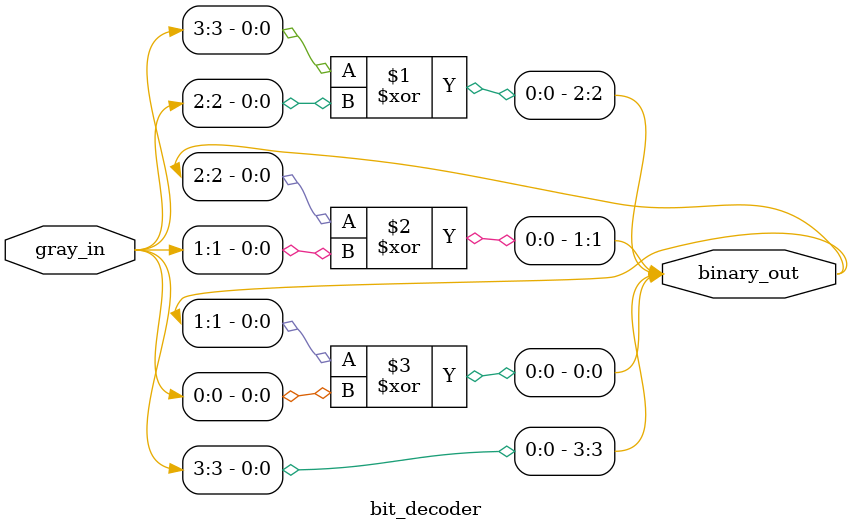
<source format=sv>
module gray_decoder #(
    parameter WIDTH = 4
)(
    input [WIDTH-1:0] gray_in,
    output [WIDTH-1:0] binary_out
);
    // 内部信号定义
    wire [WIDTH-1:0] binary_out_wire;
    
    // 实例化位解码模块
    bit_decoder #(
        .WIDTH(WIDTH)
    ) bit_decoder_inst (
        .gray_in(gray_in),
        .binary_out(binary_out_wire)
    );
    
    // 输出赋值
    assign binary_out = binary_out_wire;
    
endmodule

// 子模块：逐位解码器
module bit_decoder #(
    parameter WIDTH = 4
)(
    input [WIDTH-1:0] gray_in,
    output [WIDTH-1:0] binary_out
);
    // 组合逻辑实现 - 使用归约异或操作，改善关键路径
    genvar i;
    generate
        // 最高位保持不变
        assign binary_out[WIDTH-1] = gray_in[WIDTH-1];
        
        // 其余位通过异或运算生成
        for (i = WIDTH-2; i >= 0; i = i - 1) begin : decode_bits
            assign binary_out[i] = binary_out[i+1] ^ gray_in[i];
        end
    endgenerate
    
endmodule
</source>
